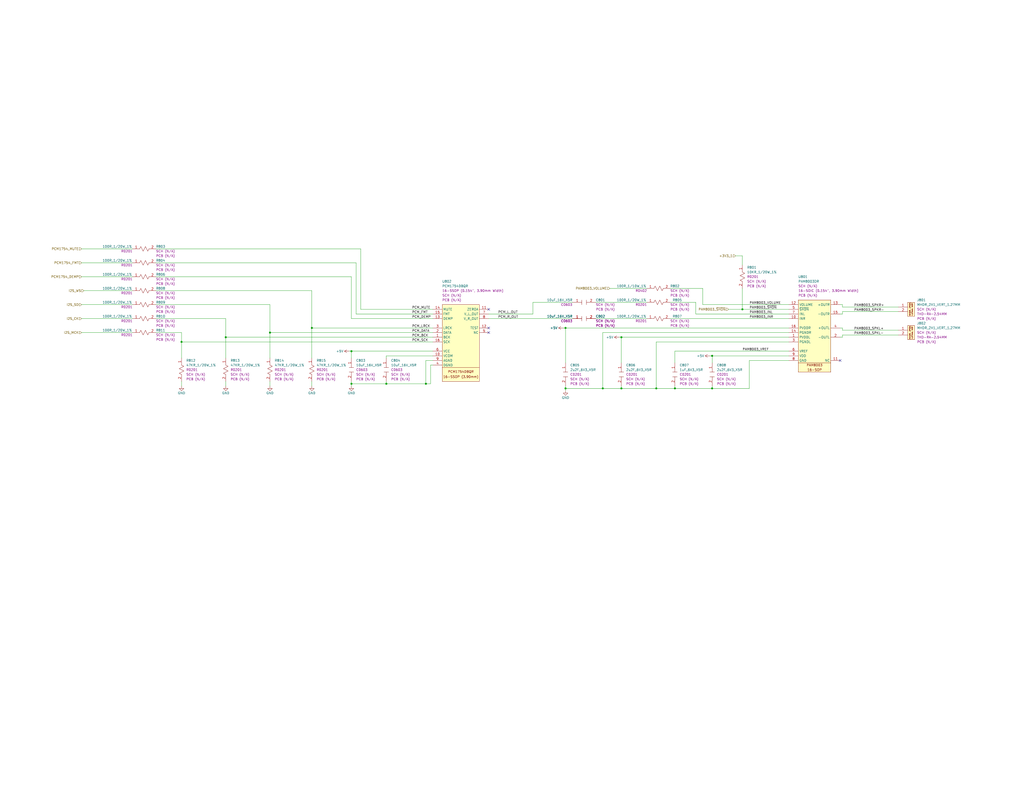
<source format=kicad_sch>
(kicad_sch (version 20230121) (generator eeschema)
  (paper "C")
  (title_block (title "Blender") (date "2023/09/18") (rev "v1.0") (company "Mend0z0") (comment 1 "v1.0") (comment 2 "RELEASED") (comment 3 "Siavash Taher Parvar") (comment 4 "_BOM_Blender_v1.0.html") (comment 5 "_HW_Blender.kicad_pcb") (comment 6 "_GBR_Blender_v1.0") (comment 7 "_ASM_Blender_v1.0") (comment 8 "N/A") (comment 9 "Initial version"))
  (lib_symbols
    (symbol "_SCHLIB_Blender:CAP_10uF_16V_X5R_C0603"
      (property "Reference" "C" (at 2.54 3.81 0))
      (property "Value" "10uF_16V_X5R" (at 2.54 6.35 0))
      (property "Package" "C0603" (at 2.54 34.29 0))
      (property "SCH CHECK" "SCH (N/A)" (at 2.54 31.75 0))
      (property "PCB CHECk" "PCB (N/A)" (at 2.54 29.21 0))
      (symbol "CAP_10uF_16V_X5R_C0603_0_0"
        (polyline (pts (xy 5.08 1.27) (xy 5.08 -1.27)))
        (polyline (pts (xy 7.62 1.27) (xy 7.62 -1.27)))
      )
      (symbol "CAP_10uF_16V_X5R_C0603_1_1"
        (pin passive line (at 0 0 0) (length 5.08) (name "") (number "1"))
        (pin passive line (at 12.7 0 180) (length 5.08) (name "") (number "2"))
      )
    )
    (symbol "_SCHLIB_Blender:CAP_1uF_6V3_X5R_C0201"
      (property "Reference" "C" (at 2.54 3.81 0))
      (property "Value" "1uF_6V3_X5R" (at 2.54 6.35 0))
      (property "Package" "C0201" (at 2.54 34.29 0))
      (property "SCH CHECK" "SCH (N/A)" (at 2.54 31.75 0))
      (property "PCB CHECk" "PCB (N/A)" (at 2.54 29.21 0))
      (symbol "CAP_1uF_6V3_X5R_C0201_0_0"
        (polyline (pts (xy 5.08 1.27) (xy 5.08 -1.27)))
        (polyline (pts (xy 7.62 1.27) (xy 7.62 -1.27)))
      )
      (symbol "CAP_1uF_6V3_X5R_C0201_1_1"
        (pin passive line (at 0 0 0) (length 5.08) (name "") (number "1"))
        (pin passive line (at 12.7 0 180) (length 5.08) (name "") (number "2"))
      )
    )
    (symbol "_SCHLIB_Blender:CAP_2u2F_6V3_X5R_C0201"
      (property "Reference" "C" (at 2.54 3.81 0))
      (property "Value" "2u2F_6V3_X5R" (at 2.54 6.35 0))
      (property "Package" "C0201" (at 2.54 34.29 0))
      (property "SCH CHECK" "SCH (N/A)" (at 2.54 31.75 0))
      (property "PCB CHECk" "PCB (N/A)" (at 2.54 29.21 0))
      (symbol "CAP_2u2F_6V3_X5R_C0201_0_0"
        (polyline (pts (xy 5.08 1.27) (xy 5.08 -1.27)))
        (polyline (pts (xy 7.62 1.27) (xy 7.62 -1.27)))
      )
      (symbol "CAP_2u2F_6V3_X5R_C0201_1_1"
        (pin passive line (at 0 0 0) (length 5.08) (name "") (number "1"))
        (pin passive line (at 12.7 0 180) (length 5.08) (name "") (number "2"))
      )
    )
    (symbol "_SCHLIB_Blender:CONN_HEADER_2POS_1ROW_MALE_VERT_1.27MM"
      (property "Reference" "J" (at 2.54 2.54 0))
      (property "Value" "MHDR_2X1_VERT_1.27MM" (at 2.54 5.08 0))
      (property "Package" "THD-RA-2.54MM" (at 2.54 33.02 0))
      (property "SCH CHECK" "SCH (N/A)" (at 2.54 30.48 0))
      (property "PCB CHECk" "PCB (N/A)" (at 2.54 27.94 0))
      (symbol "CONN_HEADER_2POS_1ROW_MALE_VERT_1.27MM_0_0"
        (text "1.27mm, VERT" (at 2.54 -3.81 900) (effects (font (size 0.635 0.635))))
        (text "MHDR, 2POS" (at 1.27 -3.81 900) (effects (font (size 0.762 0.762))))
      )
      (symbol "CONN_HEADER_2POS_1ROW_MALE_VERT_1.27MM_0_1"
        (rectangle (start 0 0) (end 3.81 -7.62) (fill (type background)))
      )
      (symbol "CONN_HEADER_2POS_1ROW_MALE_VERT_1.27MM_1_1"
        (pin passive line (at -5.08 -2.54 0) (length 5.08) (name "") (number "1"))
        (pin passive line (at -5.08 -5.08 0) (length 5.08) (name "") (number "2"))
      )
    )
    (symbol "_SCHLIB_Blender:IC_AMP_PAM8003DR_STEREO_CLASS D_16-SOIC (0.154{dblquote}, 3.90mm Width)"
      (property "Reference" "U" (at 2.54 2.54 0))
      (property "Value" "PAM8003DR" (at 2.54 5.08 0))
      (property "Package" "16-SOIC (0.154\", 3.90mm Width)" (at 2.54 33.02 0))
      (property "SCH CHECK" "SCH (N/A)" (at 2.54 30.48 0))
      (property "PCB CHECK" "PCB (N/A)" (at 2.54 27.94 0))
      (symbol "IC_AMP_PAM8003DR_STEREO_CLASS D_16-SOIC (0.154{dblquote}, 3.90mm Width)_0_0"
        (polyline (pts (xy 0 -34.29) (xy 17.78 -34.29)))
        (rectangle (start 0 0) (end 17.78 -39.37) (fill (type background)))
        (text "16-SOP" (at 8.89 -38.1 0) (effects (font (size 1.27 1.27))))
        (text "PAM8003" (at 8.89 -35.56 0) (effects (font (size 1.27 1.27))))
      )
      (symbol "IC_AMP_PAM8003DR_STEREO_CLASS D_16-SOIC (0.154{dblquote}, 3.90mm Width)_1_1"
        (pin passive line (at -5.08 -20.32 0) (length 5.08) (name "PVDDL") (number "1"))
        (pin passive line (at -5.08 -10.16 0) (length 5.08) (name "INR") (number "10"))
        (pin passive line (at 22.86 -33.02 180) (length 5.08) (name "NC") (number "11"))
        (pin passive line (at -5.08 -2.54 0) (length 5.08) (name "VOLUME") (number "12"))
        (pin passive line (at 22.86 -2.54 180) (length 5.08) (name "+OUTR") (number "13"))
        (pin passive line (at -5.08 -17.78 0) (length 5.08) (name "PGNDR") (number "14"))
        (pin passive line (at 22.86 -7.62 180) (length 5.08) (name "-OUTR") (number "15"))
        (pin passive line (at -5.08 -15.24 0) (length 5.08) (name "PVDDR") (number "16"))
        (pin passive line (at 22.86 -20.32 180) (length 5.08) (name "-OUTL") (number "2"))
        (pin passive line (at -5.08 -22.86 0) (length 5.08) (name "PGNDL") (number "3"))
        (pin passive line (at 22.86 -15.24 180) (length 5.08) (name "+OUTL") (number "4"))
        (pin passive line (at -5.08 -5.08 0) (length 5.08) (name "~{SHDN}") (number "5"))
        (pin passive line (at -5.08 -27.94 0) (length 5.08) (name "VREF") (number "6"))
        (pin passive line (at -5.08 -7.62 0) (length 5.08) (name "INL") (number "7"))
        (pin passive line (at -5.08 -33.02 0) (length 5.08) (name "GND") (number "8"))
        (pin passive line (at -5.08 -30.48 0) (length 5.08) (name "VDD") (number "9"))
      )
    )
    (symbol "_SCHLIB_Blender:IC_DAC_PCM1754DBQR_24b_I2S_16SSOP"
      (property "Reference" "U" (at 3.81 3.81 0))
      (property "Value" "PCM1754DBQR" (at 3.81 6.35 0))
      (property "Package" "16-SSOP (0.154\", 3.90mm Width)" (at 3.81 34.29 0))
      (property "SCH CHECK" "SCH (N/A)" (at 3.81 31.75 0))
      (property "PCB CHECk" "PCB (N/A)" (at 3.81 29.21 0))
      (symbol "IC_DAC_PCM1754DBQR_24b_I2S_16SSOP_0_0"
        (text "	\nPCM1754DBQR" (at 10.16 -35.56 0) (effects (font (size 1.27 1.27))))
        (text "16-SSOP (3.90mm)" (at 10.16 -39.37 0) (effects (font (size 1.27 1.27))))
      )
      (symbol "IC_DAC_PCM1754DBQR_24b_I2S_16SSOP_0_1"
        (polyline (pts (xy 0 -34.29) (xy 20.32 -34.29)))
        (rectangle (start 0 0) (end 20.32 -41.91) (fill (type background)))
      )
      (symbol "IC_DAC_PCM1754DBQR_24b_I2S_16SSOP_1_1"
        (pin passive line (at -5.08 -17.78 0) (length 5.08) (name "BCK") (number "1"))
        (pin passive line (at -5.08 -27.94 0) (length 5.08) (name "VCOM") (number "10"))
        (pin passive line (at 25.4 -2.54 180) (length 5.08) (name "ZEROA") (number "11"))
        (pin passive line (at 25.4 -12.7 180) (length 5.08) (name "TEST") (number "12"))
        (pin passive line (at -5.08 -7.62 0) (length 5.08) (name "DEMP") (number "13"))
        (pin passive line (at -5.08 -2.54 0) (length 5.08) (name "MUTE") (number "14"))
        (pin passive line (at -5.08 -5.08 0) (length 5.08) (name "FMT") (number "15"))
        (pin passive line (at -5.08 -20.32 0) (length 5.08) (name "SCK") (number "16"))
        (pin passive line (at -5.08 -15.24 0) (length 5.08) (name "DATA") (number "2"))
        (pin passive line (at -5.08 -12.7 0) (length 5.08) (name "LRCK") (number "3"))
        (pin passive line (at -5.08 -33.02 0) (length 5.08) (name "DGND") (number "4"))
        (pin passive line (at 25.4 -15.24 180) (length 5.08) (name "NC") (number "5"))
        (pin passive line (at -5.08 -25.4 0) (length 5.08) (name "VCC") (number "6"))
        (pin passive line (at 25.4 -5.08 180) (length 5.08) (name "V_L_OUT") (number "7"))
        (pin passive line (at 25.4 -7.62 180) (length 5.08) (name "V_R_OUT") (number "8"))
        (pin passive line (at -5.08 -30.48 0) (length 5.08) (name "AGND") (number "9"))
      )
    )
    (symbol "_SCHLIB_Blender:RES_100R_1/10W_1%_R0402"
      (property "Reference" "R" (at 2.54 3.81 0))
      (property "Value" "100R_1/10W_1%" (at 2.54 6.35 0))
      (property "Package" "R0402" (at 2.54 34.29 0))
      (property "SCH CHECK" "SCH (N/A)" (at 2.54 31.75 0))
      (property "PCB CHECk" "PCB (N/A)" (at 2.54 29.21 0))
      (symbol "RES_100R_1/10W_1%_R0402_0_0"
        (polyline (pts (xy 3.81 0) (xy 4.445 1.27) (xy 5.715 -1.27) (xy 6.985 1.27) (xy 8.255 -1.27) (xy 8.89 0)))
      )
      (symbol "RES_100R_1/10W_1%_R0402_1_1"
        (pin passive line (at 0 0 0) (length 3.81) (name "") (number "1"))
        (pin passive line (at 12.7 0 180) (length 3.81) (name "") (number "2"))
      )
    )
    (symbol "_SCHLIB_Blender:RES_100R_1/20W_1%_R0201"
      (property "Reference" "R" (at 2.54 3.81 0))
      (property "Value" "100R_1/20W_1%" (at 2.54 6.35 0))
      (property "Package" "R0201" (at 2.54 34.29 0))
      (property "SCH CHECK" "SCH (N/A)" (at 2.54 31.75 0))
      (property "PCB CHECk" "PCB (N/A)" (at 2.54 29.21 0))
      (symbol "RES_100R_1/20W_1%_R0201_0_0"
        (polyline (pts (xy 3.81 0) (xy 4.445 1.27) (xy 5.715 -1.27) (xy 6.985 1.27) (xy 8.255 -1.27) (xy 8.89 0)))
      )
      (symbol "RES_100R_1/20W_1%_R0201_1_1"
        (pin passive line (at 0 0 0) (length 3.81) (name "") (number "1"))
        (pin passive line (at 12.7 0 180) (length 3.81) (name "") (number "2"))
      )
    )
    (symbol "_SCHLIB_Blender:RES_10KR_1/20W_1%_R0201"
      (property "Reference" "R" (at 2.54 5.08 0))
      (property "Value" "10KR_1/20W_1%" (at 2.54 7.62 0))
      (property "Package" "R0201" (at 2.54 35.56 0))
      (property "SCH CHECK" "SCH (N/A)" (at 2.54 33.02 0))
      (property "PCB CHECk" "PCB (N/A)" (at 2.54 30.48 0))
      (symbol "RES_10KR_1/20W_1%_R0201_0_0"
        (polyline (pts (xy 3.81 0) (xy 4.445 1.27) (xy 5.715 -1.27) (xy 6.985 1.27) (xy 8.255 -1.27) (xy 8.89 0)))
      )
      (symbol "RES_10KR_1/20W_1%_R0201_1_1"
        (pin passive line (at 0 0 0) (length 3.81) (name "") (number "1"))
        (pin passive line (at 12.7 0 180) (length 3.81) (name "") (number "2"))
      )
    )
    (symbol "_SCHLIB_Blender:RES_47KR_1/20W_1%_R0201"
      (property "Reference" "R" (at 2.54 3.81 0))
      (property "Value" "47KR_1/20W_1%" (at 2.54 6.35 0))
      (property "Package" "R0201" (at 2.54 34.29 0))
      (property "SCH CHECK" "SCH (N/A)" (at 2.54 31.75 0))
      (property "PCB CHECk" "PCB (N/A)" (at 2.54 29.21 0))
      (symbol "RES_47KR_1/20W_1%_R0201_0_0"
        (polyline (pts (xy 3.81 0) (xy 4.445 1.27) (xy 5.715 -1.27) (xy 6.985 1.27) (xy 8.255 -1.27) (xy 8.89 0)))
      )
      (symbol "RES_47KR_1/20W_1%_R0201_1_1"
        (pin passive line (at 0 0 0) (length 3.81) (name "") (number "1"))
        (pin passive line (at 12.7 0 180) (length 3.81) (name "") (number "2"))
      )
    )
    (symbol "power:+5V" (power) (pin_names (offset 0))
      (property "Value" "+5V" (at 0 3.556 0))
      (symbol "+5V_0_1"
        (polyline (pts (xy -0.762 1.27) (xy 0 2.54)))
        (polyline (pts (xy 0 0) (xy 0 2.54)))
        (polyline (pts (xy 0 2.54) (xy 0.762 1.27)))
      )
      (symbol "+5V_1_1"
        (pin power_in line (at 0 0 90) (length 0) hide (name "+5V") (number "1"))
      )
    )
    (symbol "power:GND" (power) (pin_names (offset 0))
      (property "Value" "GND" (at 0 -3.81 0))
      (symbol "GND_0_1"
        (polyline (pts (xy 0 0) (xy 0 -1.27) (xy 1.27 -1.27) (xy 0 -2.54) (xy -1.27 -1.27) (xy 0 -1.27)))
      )
      (symbol "GND_1_1"
        (pin power_in line (at 0 0 270) (length 0) hide (name "GND") (number "1"))
      )
    )
  )
  (junction (at 339.09 212.09))
  (junction (at 368.3 212.09))
  (junction (at 388.62 212.09))
  (junction (at 358.14 212.09))
  (junction (at 308.61 179.07))
  (junction (at 405.13 168.91))
  (junction (at 388.62 194.31))
  (junction (at 99.06 186.69))
  (junction (at 147.32 181.61))
  (junction (at 191.77 191.77))
  (junction (at 170.18 179.07))
  (junction (at 210.82 209.55))
  (junction (at 339.09 184.15))
  (junction (at 191.77 209.55))
  (junction (at 328.93 212.09))
  (junction (at 232.41 209.55))
  (junction (at 123.19 184.15))
  (junction (at 308.61 212.09))
  (no_connect (at 458.47 196.85))
  (no_connect (at 266.7 181.61))
  (no_connect (at 266.7 168.91))
  (no_connect (at 266.7 179.07))
  (wire (pts (xy 459.74 180.34) (xy 459.74 179.07)))
  (wire (pts (xy 307.34 179.07) (xy 308.61 179.07)))
  (wire (pts (xy 339.09 212.09) (xy 358.14 212.09)))
  (wire (pts (xy 379.73 171.45) (xy 430.53 171.45)))
  (wire (pts (xy 328.93 181.61) (xy 328.93 212.09)))
  (wire (pts (xy 388.62 212.09) (xy 368.3 212.09)))
  (wire (pts (xy 397.51 168.91) (xy 405.13 168.91)))
  (wire (pts (xy 308.61 179.07) (xy 308.61 198.12)))
  (wire (pts (xy 368.3 210.82) (xy 368.3 212.09)))
  (wire (pts (xy 290.83 165.1) (xy 312.42 165.1)))
  (wire (pts (xy 147.32 181.61) (xy 147.32 195.58)))
  (wire (pts (xy 430.53 181.61) (xy 328.93 181.61)))
  (wire (pts (xy 123.19 210.82) (xy 123.19 208.28)))
  (wire (pts (xy 191.77 191.77) (xy 191.77 195.58)))
  (wire (pts (xy 147.32 166.37) (xy 147.32 181.61)))
  (wire (pts (xy 44.45 143.51) (xy 72.39 143.51)))
  (wire (pts (xy 459.74 170.18) (xy 459.74 171.45)))
  (wire (pts (xy 401.32 139.7) (xy 405.13 139.7)))
  (wire (pts (xy 236.22 199.39) (xy 234.95 199.39)))
  (wire (pts (xy 85.09 151.13) (xy 191.77 151.13)))
  (wire (pts (xy 383.54 157.48) (xy 383.54 166.37)))
  (wire (pts (xy 458.47 166.37) (xy 459.74 166.37)))
  (wire (pts (xy 45.72 158.75) (xy 72.39 158.75)))
  (wire (pts (xy 170.18 158.75) (xy 170.18 179.07)))
  (wire (pts (xy 210.82 209.55) (xy 210.82 208.28)))
  (wire (pts (xy 44.45 166.37) (xy 72.39 166.37)))
  (wire (pts (xy 210.82 209.55) (xy 232.41 209.55)))
  (wire (pts (xy 308.61 210.82) (xy 308.61 212.09)))
  (wire (pts (xy 99.06 186.69) (xy 236.22 186.69)))
  (wire (pts (xy 459.74 184.15) (xy 458.47 184.15)))
  (wire (pts (xy 368.3 212.09) (xy 358.14 212.09)))
  (wire (pts (xy 405.13 168.91) (xy 430.53 168.91)))
  (wire (pts (xy 191.77 208.28) (xy 191.77 209.55)))
  (wire (pts (xy 408.94 196.85) (xy 408.94 212.09)))
  (wire (pts (xy 191.77 191.77) (xy 236.22 191.77)))
  (wire (pts (xy 210.82 194.31) (xy 236.22 194.31)))
  (wire (pts (xy 383.54 166.37) (xy 430.53 166.37)))
  (wire (pts (xy 232.41 196.85) (xy 232.41 209.55)))
  (wire (pts (xy 147.32 181.61) (xy 236.22 181.61)))
  (wire (pts (xy 458.47 171.45) (xy 459.74 171.45)))
  (wire (pts (xy 459.74 180.34) (xy 490.22 180.34)))
  (wire (pts (xy 379.73 165.1) (xy 365.76 165.1)))
  (wire (pts (xy 170.18 179.07) (xy 170.18 195.58)))
  (wire (pts (xy 430.53 194.31) (xy 388.62 194.31)))
  (wire (pts (xy 191.77 209.55) (xy 191.77 210.82)))
  (wire (pts (xy 308.61 212.09) (xy 308.61 213.36)))
  (wire (pts (xy 234.95 209.55) (xy 232.41 209.55)))
  (wire (pts (xy 405.13 157.48) (xy 405.13 168.91)))
  (wire (pts (xy 85.09 181.61) (xy 99.06 181.61)))
  (wire (pts (xy 332.74 157.48) (xy 353.06 157.48)))
  (wire (pts (xy 210.82 209.55) (xy 191.77 209.55)))
  (wire (pts (xy 368.3 191.77) (xy 430.53 191.77)))
  (wire (pts (xy 368.3 191.77) (xy 368.3 198.12)))
  (wire (pts (xy 234.95 199.39) (xy 234.95 209.55)))
  (wire (pts (xy 325.12 173.99) (xy 353.06 173.99)))
  (wire (pts (xy 358.14 186.69) (xy 358.14 212.09)))
  (wire (pts (xy 196.85 168.91) (xy 236.22 168.91)))
  (wire (pts (xy 430.53 196.85) (xy 408.94 196.85)))
  (wire (pts (xy 85.09 143.51) (xy 194.31 143.51)))
  (wire (pts (xy 430.53 179.07) (xy 308.61 179.07)))
  (wire (pts (xy 194.31 171.45) (xy 236.22 171.45)))
  (wire (pts (xy 44.45 151.13) (xy 72.39 151.13)))
  (wire (pts (xy 266.7 171.45) (xy 290.83 171.45)))
  (wire (pts (xy 388.62 194.31) (xy 388.62 198.12)))
  (wire (pts (xy 325.12 165.1) (xy 353.06 165.1)))
  (wire (pts (xy 99.06 210.82) (xy 99.06 208.28)))
  (wire (pts (xy 388.62 210.82) (xy 388.62 212.09)))
  (wire (pts (xy 44.45 173.99) (xy 72.39 173.99)))
  (wire (pts (xy 337.82 184.15) (xy 339.09 184.15)))
  (wire (pts (xy 459.74 182.88) (xy 490.22 182.88)))
  (wire (pts (xy 308.61 212.09) (xy 328.93 212.09)))
  (wire (pts (xy 459.74 170.18) (xy 490.22 170.18)))
  (wire (pts (xy 365.76 157.48) (xy 383.54 157.48)))
  (wire (pts (xy 99.06 181.61) (xy 99.06 186.69)))
  (wire (pts (xy 85.09 173.99) (xy 123.19 173.99)))
  (wire (pts (xy 405.13 139.7) (xy 405.13 144.78)))
  (wire (pts (xy 99.06 186.69) (xy 99.06 195.58)))
  (wire (pts (xy 365.76 173.99) (xy 430.53 173.99)))
  (wire (pts (xy 196.85 135.89) (xy 196.85 168.91)))
  (wire (pts (xy 459.74 179.07) (xy 458.47 179.07)))
  (wire (pts (xy 328.93 212.09) (xy 339.09 212.09)))
  (wire (pts (xy 290.83 165.1) (xy 290.83 171.45)))
  (wire (pts (xy 85.09 135.89) (xy 196.85 135.89)))
  (wire (pts (xy 194.31 143.51) (xy 194.31 171.45)))
  (wire (pts (xy 358.14 186.69) (xy 430.53 186.69)))
  (wire (pts (xy 379.73 165.1) (xy 379.73 171.45)))
  (wire (pts (xy 339.09 210.82) (xy 339.09 212.09)))
  (wire (pts (xy 123.19 184.15) (xy 236.22 184.15)))
  (wire (pts (xy 266.7 173.99) (xy 312.42 173.99)))
  (wire (pts (xy 459.74 167.64) (xy 490.22 167.64)))
  (wire (pts (xy 85.09 158.75) (xy 170.18 158.75)))
  (wire (pts (xy 191.77 173.99) (xy 236.22 173.99)))
  (wire (pts (xy 430.53 184.15) (xy 339.09 184.15)))
  (wire (pts (xy 190.5 191.77) (xy 191.77 191.77)))
  (wire (pts (xy 44.45 181.61) (xy 72.39 181.61)))
  (wire (pts (xy 408.94 212.09) (xy 388.62 212.09)))
  (wire (pts (xy 170.18 208.28) (xy 170.18 210.82)))
  (wire (pts (xy 191.77 151.13) (xy 191.77 173.99)))
  (wire (pts (xy 459.74 182.88) (xy 459.74 184.15)))
  (wire (pts (xy 123.19 184.15) (xy 123.19 195.58)))
  (wire (pts (xy 147.32 210.82) (xy 147.32 208.28)))
  (wire (pts (xy 210.82 194.31) (xy 210.82 195.58)))
  (wire (pts (xy 123.19 173.99) (xy 123.19 184.15)))
  (wire (pts (xy 387.35 194.31) (xy 388.62 194.31)))
  (wire (pts (xy 170.18 179.07) (xy 236.22 179.07)))
  (wire (pts (xy 236.22 196.85) (xy 232.41 196.85)))
  (wire (pts (xy 44.45 135.89) (xy 72.39 135.89)))
  (wire (pts (xy 85.09 166.37) (xy 147.32 166.37)))
  (wire (pts (xy 459.74 166.37) (xy 459.74 167.64)))
  (wire (pts (xy 339.09 184.15) (xy 339.09 198.12)))
  (label "PCM_MUTE" (at 224.79 168.91 0))
  (label "PAM8003_VOLUME" (at 408.94 166.37 0))
  (label "PAM8003_SPKR+" (at 466.09 167.64 0))
  (label "PCM_LRCK" (at 224.79 179.07 0))
  (label "PAM8003_~{SHDN}" (at 408.94 168.91 0))
  (label "PAM8003_VREF" (at 405.13 191.77 0))
  (label "PCM_FMT" (at 224.79 171.45 0))
  (label "PAM8003_SPKL-" (at 466.09 182.88 0))
  (label "PAM8003_INL" (at 408.94 171.45 0))
  (label "PCM_DATA" (at 224.79 181.61 0))
  (label "PAM8003_SPKL+" (at 466.09 180.34 0))
  (label "PCM_R_OUT" (at 271.78 173.99 0))
  (label "PAM8003_INR" (at 408.94 173.99 0))
  (label "PCM_SCK" (at 224.79 186.69 0))
  (label "PCM_DEMP" (at 224.79 173.99 0))
  (label "PAM8003_SPKR-" (at 466.09 170.18 0))
  (label "PCM_L_OUT" (at 271.78 171.45 0))
  (label "PCM_BCK" (at 224.79 184.15 0))
  (hierarchical_label "PAM8003_~{SHDN}" (shape input) (at 397.51 168.91 180))
  (hierarchical_label "I2S_CK" (shape input) (at 44.45 173.99 180))
  (hierarchical_label "PAM8003_VOLUME" (shape input) (at 332.74 157.48 180))
  (hierarchical_label "+3V3_1" (shape input) (at 401.32 139.7 180))
  (hierarchical_label "I2S_WS" (shape input) (at 45.72 158.75 180))
  (hierarchical_label "I2S_SD" (shape input) (at 44.45 166.37 180))
  (hierarchical_label "PCM1754_DEMP" (shape input) (at 44.45 151.13 180))
  (hierarchical_label "I2S_MCK" (shape input) (at 44.45 181.61 180))
  (hierarchical_label "PCM1754_MUTE" (shape input) (at 44.45 135.89 180))
  (hierarchical_label "PCM1754_FMT" (shape input) (at 44.45 143.51 180))
  (symbol (lib_id "_SCHLIB_Blender:RES_100R_1/20W_1%_R0201") (at 72.39 181.61 0) (unit 1)
    (property "Reference" "R811" (at 87.63 180.34 0))
    (property "Value" "100R_1/20W_1%" (at 55.88 180.34 0) (effects (justify left)))
    (property "Footprint" "Resistor_SMD:R_0201_0603Metric" (effects hide))
    (property "Datasheet" "https://www.seielect.com/Catalog/SEI-RMCF_RMCP.pdf" (effects hide))
    (property "Description" "100 Ohms ±1% 0.05W, 1/20W Chip Resistor 0201 (0603 Metric) Thick Film" (effects hide))
    (property "Link" "https://www.digikey.ca/en/products/detail/stackpole-electronics-inc/RMCF0201FT100R/1714988" (effects hide))
    (property "SCH CHECK" "SCH (N/A)" (at 85.09 182.88 0) (effects (justify left)))
    (property "Package" "R0201" (at 66.04 182.88 0) (effects (justify left)))
    (property "Part Number (Manufacturer)" "RMCF0201FT100R" (effects hide))
    (property "Manufacturer" "Stackpole Electronics Inc" (effects hide))
    (property "Part Number (Vendor)" "RMCF0201FT100RTR-ND" (effects hide))
    (property "Vendor" "Digikey" (effects hide))
    (property "PCB CHECk" "PCB (N/A)" (at 85.09 185.42 0) (effects (justify left)))
  )
  (symbol (lib_id "_SCHLIB_Blender:RES_100R_1/20W_1%_R0201") (at 353.06 165.1 0) (unit 1)
    (property "Reference" "R805" (at 369.57 163.83 0))
    (property "Value" "100R_1/20W_1%" (at 336.55 163.83 0) (effects (justify left)))
    (property "Footprint" "Resistor_SMD:R_0201_0603Metric" (effects hide))
    (property "Datasheet" "https://www.seielect.com/Catalog/SEI-RMCF_RMCP.pdf" (effects hide))
    (property "Description" "100 Ohms ±1% 0.05W, 1/20W Chip Resistor 0201 (0603 Metric) Thick Film" (effects hide))
    (property "Link" "https://www.digikey.ca/en/products/detail/stackpole-electronics-inc/RMCF0201FT100R/1714988" (effects hide))
    (property "SCH CHECK" "SCH (N/A)" (at 365.76 166.37 0) (effects (justify left)))
    (property "Package" "R0201" (at 346.71 166.37 0) (effects (justify left)))
    (property "Part Number (Manufacturer)" "RMCF0201FT100R" (effects hide))
    (property "Manufacturer" "Stackpole Electronics Inc" (effects hide))
    (property "Part Number (Vendor)" "RMCF0201FT100RTR-ND" (effects hide))
    (property "Vendor" "Digikey" (effects hide))
    (property "PCB CHECk" "PCB (N/A)" (at 365.76 168.91 0) (effects (justify left)))
  )
  (symbol (lib_id "power:GND") (at 308.61 213.36 0) (unit 1)
    (property "Reference" "#PWR0810" (effects hide))
    (property "Value" "GND" (at 308.61 217.17 0))
  )
  (symbol (lib_id "_SCHLIB_Blender:CONN_HEADER_2POS_1ROW_MALE_VERT_1.27MM") (at 495.3 165.1 0) (unit 1)
    (property "Reference" "J801" (at 500.38 163.83 0) (effects (justify left)))
    (property "Value" "MHDR_2X1_VERT_1.27MM" (at 500.38 166.37 0) (effects (justify left)))
    (property "Footprint" "Connector_PinHeader_1.27mm:PinHeader_1x02_P1.27mm_Vertical" (effects hide))
    (property "Datasheet" "https://s3.amazonaws.com/catalogspreads-pdf/PAGE94-95%20.050%20MALE%20HDR%20ST%20RA%20SMT.pdf" (effects hide))
    (property "Description" "Connector Header Through Hole 2 position 0.050\" (1.27mm)" (effects hide))
    (property "Link" "https://www.digikey.ca/en/products/detail/sullins-connector-solutions/GRPB021VWVN-RC/1786438" (effects hide))
    (property "SCH CHECK" "SCH (N/A)" (at 500.38 168.91 0) (effects (justify left)))
    (property "Part Number (Manufacturer)" "GRPB021VWVN-RC" (effects hide))
    (property "Package" "THD-RA-2.54MM" (at 500.38 171.45 0) (effects (justify left)))
    (property "Manufacturer" "Sullins Connector Solutions" (effects hide))
    (property "Part Number (Vendor)" "S9014E-02-ND" (effects hide))
    (property "Vendor" "Digikey" (effects hide))
    (property "PCB CHECk" "PCB (N/A)" (at 500.38 173.99 0) (effects (justify left)))
  )
  (symbol (lib_id "_SCHLIB_Blender:CAP_2u2F_6V3_X5R_C0201") (at 339.09 198.12 270) (unit 1)
    (property "Reference" "C806" (at 341.63 199.39 90) (effects (justify left)))
    (property "Value" "2u2F_6V3_X5R" (at 341.63 201.93 90) (effects (justify left)))
    (property "Footprint" "Capacitor_SMD:C_0201_0603Metric" (effects hide))
    (property "Datasheet" "https://ele.kyocera.com/assets/products/capacitor/CM_Series_e.pdf" (effects hide))
    (property "Description" "2.2 µF ±20% 6.3V Ceramic Capacitor X5R 0201 (0603 Metric)" (effects hide))
    (property "Link" "https://www.digikey.ca/en/products/detail/kyocera-avx/CM03X5R225M06AH/10815044" (effects hide))
    (property "SCH CHECK" "SCH (N/A)" (at 341.63 207.01 90) (effects (justify left)))
    (property "Package" "C0201" (at 341.63 204.47 90) (effects (justify left)))
    (property "Part Number (Manufacturer)" "CM03X5R225M06AH" (effects hide))
    (property "Manufacturer" "KYOCERA AVX" (effects hide))
    (property "Part Number (Vendor)" "478-KGM03CR50J225MHTR-ND" (effects hide))
    (property "Vendor" "Digikey" (effects hide))
    (property "PCB CHECk" "PCB (N/A)" (at 341.63 209.55 90) (effects (justify left)))
  )
  (symbol (lib_id "_SCHLIB_Blender:RES_100R_1/20W_1%_R0201") (at 72.39 135.89 0) (unit 1)
    (property "Reference" "R803" (at 87.63 134.62 0))
    (property "Value" "100R_1/20W_1%" (at 55.88 134.62 0) (effects (justify left)))
    (property "Footprint" "Resistor_SMD:R_0201_0603Metric" (effects hide))
    (property "Datasheet" "https://www.seielect.com/Catalog/SEI-RMCF_RMCP.pdf" (effects hide))
    (property "Description" "100 Ohms ±1% 0.05W, 1/20W Chip Resistor 0201 (0603 Metric) Thick Film" (effects hide))
    (property "Link" "https://www.digikey.ca/en/products/detail/stackpole-electronics-inc/RMCF0201FT100R/1714988" (effects hide))
    (property "SCH CHECK" "SCH (N/A)" (at 85.09 137.16 0) (effects (justify left)))
    (property "Package" "R0201" (at 66.04 137.16 0) (effects (justify left)))
    (property "Part Number (Manufacturer)" "RMCF0201FT100R" (effects hide))
    (property "Manufacturer" "Stackpole Electronics Inc" (effects hide))
    (property "Part Number (Vendor)" "RMCF0201FT100RTR-ND" (effects hide))
    (property "Vendor" "Digikey" (effects hide))
    (property "PCB CHECk" "PCB (N/A)" (at 85.09 139.7 0) (effects (justify left)))
  )
  (symbol (lib_id "_SCHLIB_Blender:CAP_10uF_16V_X5R_C0603") (at 210.82 195.58 270) (unit 1)
    (property "Reference" "C804" (at 213.36 196.85 90) (effects (justify left)))
    (property "Value" "10uF_16V_X5R" (at 213.36 199.39 90) (effects (justify left)))
    (property "Footprint" "Capacitor_SMD:C_0603_1608Metric" (effects hide))
    (property "Datasheet" "https://search.murata.co.jp/Ceramy/image/img/A01X/G101/ENG/GRT188R61C106KE13-01.pdf" (effects hide))
    (property "Description" "10 µF ±10% 16V Ceramic Capacitor X5R 0603 (1608 Metric)" (effects hide))
    (property "Link" "https://www.digikey.ca/en/products/detail/murata-electronics/GRT188R61C106KE13J/13904802" (effects hide))
    (property "SCH CHECK" "SCH (N/A)" (at 213.36 204.47 90) (effects (justify left)))
    (property "Package" "C0603" (at 213.36 201.93 90) (effects (justify left)))
    (property "Part Number (Manufacturer)" "GRT188R61C106KE13J" (effects hide))
    (property "Manufacturer" "Murata Electronics" (effects hide))
    (property "Part Number (Vendor)" "490-GRT188R61C106KE13JTR-ND" (effects hide))
    (property "Vendor" "Digikey" (effects hide))
    (property "PCB CHECk" "PCB (N/A)" (at 213.36 207.01 90) (effects (justify left)))
  )
  (symbol (lib_id "power:+5V") (at 337.82 184.15 90) (unit 1)
    (property "Reference" "#PWR0802" (effects hide))
    (property "Value" "+5V" (at 332.74 184.15 90))
  )
  (symbol (lib_id "_SCHLIB_Blender:RES_100R_1/20W_1%_R0201") (at 72.39 166.37 0) (unit 1)
    (property "Reference" "R809" (at 87.63 165.1 0))
    (property "Value" "100R_1/20W_1%" (at 55.88 165.1 0) (effects (justify left)))
    (property "Footprint" "Resistor_SMD:R_0201_0603Metric" (effects hide))
    (property "Datasheet" "https://www.seielect.com/Catalog/SEI-RMCF_RMCP.pdf" (effects hide))
    (property "Description" "100 Ohms ±1% 0.05W, 1/20W Chip Resistor 0201 (0603 Metric) Thick Film" (effects hide))
    (property "Link" "https://www.digikey.ca/en/products/detail/stackpole-electronics-inc/RMCF0201FT100R/1714988" (effects hide))
    (property "SCH CHECK" "SCH (N/A)" (at 85.09 167.64 0) (effects (justify left)))
    (property "Package" "R0201" (at 66.04 167.64 0) (effects (justify left)))
    (property "Part Number (Manufacturer)" "RMCF0201FT100R" (effects hide))
    (property "Manufacturer" "Stackpole Electronics Inc" (effects hide))
    (property "Part Number (Vendor)" "RMCF0201FT100RTR-ND" (effects hide))
    (property "Vendor" "Digikey" (effects hide))
    (property "PCB CHECk" "PCB (N/A)" (at 85.09 170.18 0) (effects (justify left)))
  )
  (symbol (lib_id "_SCHLIB_Blender:RES_100R_1/20W_1%_R0201") (at 72.39 151.13 0) (unit 1)
    (property "Reference" "R806" (at 87.63 149.86 0))
    (property "Value" "100R_1/20W_1%" (at 55.88 149.86 0) (effects (justify left)))
    (property "Footprint" "Resistor_SMD:R_0201_0603Metric" (effects hide))
    (property "Datasheet" "https://www.seielect.com/Catalog/SEI-RMCF_RMCP.pdf" (effects hide))
    (property "Description" "100 Ohms ±1% 0.05W, 1/20W Chip Resistor 0201 (0603 Metric) Thick Film" (effects hide))
    (property "Link" "https://www.digikey.ca/en/products/detail/stackpole-electronics-inc/RMCF0201FT100R/1714988" (effects hide))
    (property "SCH CHECK" "SCH (N/A)" (at 85.09 152.4 0) (effects (justify left)))
    (property "Package" "R0201" (at 66.04 152.4 0) (effects (justify left)))
    (property "Part Number (Manufacturer)" "RMCF0201FT100R" (effects hide))
    (property "Manufacturer" "Stackpole Electronics Inc" (effects hide))
    (property "Part Number (Vendor)" "RMCF0201FT100RTR-ND" (effects hide))
    (property "Vendor" "Digikey" (effects hide))
    (property "PCB CHECk" "PCB (N/A)" (at 85.09 154.94 0) (effects (justify left)))
  )
  (symbol (lib_id "power:+5V") (at 190.5 191.77 90) (unit 1)
    (property "Reference" "#PWR0803" (effects hide))
    (property "Value" "+5V" (at 185.42 191.77 90))
  )
  (symbol (lib_id "power:+5V") (at 387.35 194.31 90) (unit 1)
    (property "Reference" "#PWR0804" (effects hide))
    (property "Value" "+5V" (at 382.27 194.31 90))
  )
  (symbol (lib_id "_SCHLIB_Blender:IC_DAC_PCM1754DBQR_24b_I2S_16SSOP") (at 241.3 166.37 0) (unit 1)
    (property "Reference" "U802" (at 243.84 153.67 0))
    (property "Value" "PCM1754DBQR" (at 241.3 156.21 0) (effects (justify left)))
    (property "Footprint" "_PCBLIB_Blender:DBQ16" (effects hide))
    (property "Datasheet" "https://www.ti.com/general/docs/suppproductinfo.tsp?distId=10&gotoUrl=https%3A%2F%2Fwww.ti.com%2Flit%2Fgpn%2Fpcm1753" (effects hide))
    (property "Description" "DAC, Audio 24 b 200k I²S 16-SSOP" (effects hide))
    (property "Link" "https://www.digikey.ca/en/products/detail/texas-instruments/PCM1754DBQR/1573276" (effects hide))
    (property "SCH CHECK" "SCH (N/A)" (at 241.3 161.29 0) (effects (justify left)))
    (property "Part Number (Manufacturer)" "PCM1754DBQR" (effects hide))
    (property "Package" "16-SSOP (0.154\", 3.90mm Width)" (at 241.3 158.75 0) (effects (justify left)))
    (property "Manufacturer" "Texas Instruments" (effects hide))
    (property "Part Number (Vendor)" "296-26302-2-ND" (effects hide))
    (property "Vendor" "Digikey" (effects hide))
    (property "PCB CHECk" "PCB (N/A)" (at 241.3 163.83 0) (effects (justify left)))
  )
  (symbol (lib_id "_SCHLIB_Blender:RES_47KR_1/20W_1%_R0201") (at 123.19 195.58 270) (unit 1)
    (property "Reference" "R813" (at 125.73 196.85 90) (effects (justify left)))
    (property "Value" "47KR_1/20W_1%" (at 125.73 199.39 90) (effects (justify left)))
    (property "Footprint" "Resistor_SMD:R_0201_0603Metric" (effects hide))
    (property "Datasheet" "https://www.yageo.com/upload/media/product/productsearch/datasheet/rchip/PYu-AC_51_RoHS_L_9.pdf" (effects hide))
    (property "Description" "47 kOhms ±1% 0.05W, 1/20W Chip Resistor 0201 (0603 Metric) Automotive AEC-Q200, Moisture Resistant Thick Film" (effects hide))
    (property "Link" "https://www.digikey.ca/en/products/detail/yageo/AC0201FR-0747KL/5894664" (effects hide))
    (property "SCH CHECK" "SCH (N/A)" (at 125.73 204.47 90) (effects (justify left)))
    (property "Package" "R0201" (at 125.73 201.93 90) (effects (justify left)))
    (property "Part Number (Manufacturer)" "AC0201FR-0747KL" (effects hide))
    (property "Manufacturer" "YAGEO" (effects hide))
    (property "Part Number (Vendor)" "YAG3425TR-ND" (effects hide))
    (property "Vendor" "Digikey" (effects hide))
    (property "PCB CHECk" "PCB (N/A)" (at 125.73 207.01 90) (effects (justify left)))
  )
  (symbol (lib_id "_SCHLIB_Blender:RES_10KR_1/20W_1%_R0201") (at 405.13 144.78 270) (unit 1)
    (property "Reference" "R801" (at 407.67 146.05 90) (effects (justify left)))
    (property "Value" "10KR_1/20W_1%" (at 407.67 148.59 90) (effects (justify left)))
    (property "Footprint" "Resistor_SMD:R_0201_0603Metric" (effects hide))
    (property "Datasheet" "https://www.seielect.com/Catalog/SEI-RMCF_RMCP.pdf" (effects hide))
    (property "Description" "10 kOhms ±1% 0.05W, 1/20W Chip Resistor 0201 (0603 Metric) Thick Film" (effects hide))
    (property "Link" "https://www.digikey.ca/en/products/detail/stackpole-electronics-inc/RMCF0201FT10K0/1714990" (effects hide))
    (property "SCH CHECK" "SCH (N/A)" (at 407.67 153.67 90) (effects (justify left)))
    (property "Package" "R0201" (at 407.67 151.13 90) (effects (justify left)))
    (property "Part Number (Manufacturer)" "RMCF0201FT10K0" (effects hide))
    (property "Manufacturer" "Stackpole Electronics Inc" (effects hide))
    (property "Part Number (Vendor)" "RMCF0201FT10K0TR-ND" (effects hide))
    (property "Vendor" "Digikey" (effects hide))
    (property "PCB CHECk" "PCB (N/A)" (at 407.67 156.21 90) (effects (justify left)))
  )
  (symbol (lib_id "power:GND") (at 123.19 210.82 0) (unit 1)
    (property "Reference" "#PWR0806" (effects hide))
    (property "Value" "GND" (at 123.19 214.63 0))
  )
  (symbol (lib_id "_SCHLIB_Blender:CAP_10uF_16V_X5R_C0603") (at 312.42 173.99 0) (unit 1)
    (property "Reference" "C802" (at 327.66 172.72 0))
    (property "Value" "10uF_16V_X5R" (at 298.45 172.72 0) (effects (justify left)))
    (property "Footprint" "Capacitor_SMD:C_0603_1608Metric" (effects hide))
    (property "Datasheet" "https://search.murata.co.jp/Ceramy/image/img/A01X/G101/ENG/GRT188R61C106KE13-01.pdf" (effects hide))
    (property "Description" "10 µF ±10% 16V Ceramic Capacitor X5R 0603 (1608 Metric)" (effects hide))
    (property "Link" "https://www.digikey.ca/en/products/detail/murata-electronics/GRT188R61C106KE13J/13904802" (effects hide))
    (property "SCH CHECK" "SCH (N/A)" (at 325.12 175.26 0) (effects (justify left)))
    (property "Package" "C0603" (at 306.07 175.26 0) (effects (justify left)))
    (property "Part Number (Manufacturer)" "GRT188R61C106KE13J" (effects hide))
    (property "Manufacturer" "Murata Electronics" (effects hide))
    (property "Part Number (Vendor)" "490-GRT188R61C106KE13JTR-ND" (effects hide))
    (property "Vendor" "Digikey" (effects hide))
    (property "PCB CHECk" "PCB (N/A)" (at 325.12 177.8 0) (effects (justify left)))
  )
  (symbol (lib_id "power:GND") (at 191.77 210.82 0) (unit 1)
    (property "Reference" "#PWR0809" (effects hide))
    (property "Value" "GND" (at 191.77 214.63 0))
  )
  (symbol (lib_id "power:GND") (at 170.18 210.82 0) (unit 1)
    (property "Reference" "#PWR0808" (effects hide))
    (property "Value" "GND" (at 170.18 214.63 0))
  )
  (symbol (lib_id "_SCHLIB_Blender:RES_47KR_1/20W_1%_R0201") (at 170.18 195.58 270) (unit 1)
    (property "Reference" "R815" (at 172.72 196.85 90) (effects (justify left)))
    (property "Value" "47KR_1/20W_1%" (at 172.72 199.39 90) (effects (justify left)))
    (property "Footprint" "Resistor_SMD:R_0201_0603Metric" (effects hide))
    (property "Datasheet" "https://www.yageo.com/upload/media/product/productsearch/datasheet/rchip/PYu-AC_51_RoHS_L_9.pdf" (effects hide))
    (property "Description" "47 kOhms ±1% 0.05W, 1/20W Chip Resistor 0201 (0603 Metric) Automotive AEC-Q200, Moisture Resistant Thick Film" (effects hide))
    (property "Link" "https://www.digikey.ca/en/products/detail/yageo/AC0201FR-0747KL/5894664" (effects hide))
    (property "SCH CHECK" "SCH (N/A)" (at 172.72 204.47 90) (effects (justify left)))
    (property "Package" "R0201" (at 172.72 201.93 90) (effects (justify left)))
    (property "Part Number (Manufacturer)" "AC0201FR-0747KL" (effects hide))
    (property "Manufacturer" "YAGEO" (effects hide))
    (property "Part Number (Vendor)" "YAG3425TR-ND" (effects hide))
    (property "Vendor" "Digikey" (effects hide))
    (property "PCB CHECk" "PCB (N/A)" (at 172.72 207.01 90) (effects (justify left)))
  )
  (symbol (lib_id "_SCHLIB_Blender:CONN_HEADER_2POS_1ROW_MALE_VERT_1.27MM") (at 495.3 177.8 0) (unit 1)
    (property "Reference" "J802" (at 500.38 176.53 0) (effects (justify left)))
    (property "Value" "MHDR_2X1_VERT_1.27MM" (at 500.38 179.07 0) (effects (justify left)))
    (property "Footprint" "Connector_PinHeader_1.27mm:PinHeader_1x02_P1.27mm_Vertical" (effects hide))
    (property "Datasheet" "https://s3.amazonaws.com/catalogspreads-pdf/PAGE94-95%20.050%20MALE%20HDR%20ST%20RA%20SMT.pdf" (effects hide))
    (property "Description" "Connector Header Through Hole 2 position 0.050\" (1.27mm)" (effects hide))
    (property "Link" "https://www.digikey.ca/en/products/detail/sullins-connector-solutions/GRPB021VWVN-RC/1786438" (effects hide))
    (property "SCH CHECK" "SCH (N/A)" (at 500.38 181.61 0) (effects (justify left)))
    (property "Part Number (Manufacturer)" "GRPB021VWVN-RC" (effects hide))
    (property "Package" "THD-RA-2.54MM" (at 500.38 184.15 0) (effects (justify left)))
    (property "Manufacturer" "Sullins Connector Solutions" (effects hide))
    (property "Part Number (Vendor)" "S9014E-02-ND" (effects hide))
    (property "Vendor" "Digikey" (effects hide))
    (property "PCB CHECk" "PCB (N/A)" (at 500.38 186.69 0) (effects (justify left)))
  )
  (symbol (lib_id "_SCHLIB_Blender:CAP_2u2F_6V3_X5R_C0201") (at 308.61 198.12 270) (unit 1)
    (property "Reference" "C805" (at 311.15 199.39 90) (effects (justify left)))
    (property "Value" "2u2F_6V3_X5R" (at 311.15 201.93 90) (effects (justify left)))
    (property "Footprint" "Capacitor_SMD:C_0201_0603Metric" (effects hide))
    (property "Datasheet" "https://ele.kyocera.com/assets/products/capacitor/CM_Series_e.pdf" (effects hide))
    (property "Description" "2.2 µF ±20% 6.3V Ceramic Capacitor X5R 0201 (0603 Metric)" (effects hide))
    (property "Link" "https://www.digikey.ca/en/products/detail/kyocera-avx/CM03X5R225M06AH/10815044" (effects hide))
    (property "SCH CHECK" "SCH (N/A)" (at 311.15 207.01 90) (effects (justify left)))
    (property "Package" "C0201" (at 311.15 204.47 90) (effects (justify left)))
    (property "Part Number (Manufacturer)" "CM03X5R225M06AH" (effects hide))
    (property "Manufacturer" "KYOCERA AVX" (effects hide))
    (property "Part Number (Vendor)" "478-KGM03CR50J225MHTR-ND" (effects hide))
    (property "Vendor" "Digikey" (effects hide))
    (property "PCB CHECk" "PCB (N/A)" (at 311.15 209.55 90) (effects (justify left)))
  )
  (symbol (lib_id "power:GND") (at 147.32 210.82 0) (unit 1)
    (property "Reference" "#PWR0807" (effects hide))
    (property "Value" "GND" (at 147.32 214.63 0))
  )
  (symbol (lib_id "power:+5V") (at 307.34 179.07 90) (unit 1)
    (property "Reference" "#PWR0801" (effects hide))
    (property "Value" "+5V" (at 302.26 179.07 90))
  )
  (symbol (lib_id "_SCHLIB_Blender:CAP_2u2F_6V3_X5R_C0201") (at 388.62 198.12 270) (unit 1)
    (property "Reference" "C808" (at 391.16 199.39 90) (effects (justify left)))
    (property "Value" "2u2F_6V3_X5R" (at 391.16 201.93 90) (effects (justify left)))
    (property "Footprint" "Capacitor_SMD:C_0201_0603Metric" (effects hide))
    (property "Datasheet" "https://ele.kyocera.com/assets/products/capacitor/CM_Series_e.pdf" (effects hide))
    (property "Description" "2.2 µF ±20% 6.3V Ceramic Capacitor X5R 0201 (0603 Metric)" (effects hide))
    (property "Link" "https://www.digikey.ca/en/products/detail/kyocera-avx/CM03X5R225M06AH/10815044" (effects hide))
    (property "SCH CHECK" "SCH (N/A)" (at 391.16 207.01 90) (effects (justify left)))
    (property "Package" "C0201" (at 391.16 204.47 90) (effects (justify left)))
    (property "Part Number (Manufacturer)" "CM03X5R225M06AH" (effects hide))
    (property "Manufacturer" "KYOCERA AVX" (effects hide))
    (property "Part Number (Vendor)" "478-KGM03CR50J225MHTR-ND" (effects hide))
    (property "Vendor" "Digikey" (effects hide))
    (property "PCB CHECk" "PCB (N/A)" (at 391.16 209.55 90) (effects (justify left)))
  )
  (symbol (lib_id "_SCHLIB_Blender:RES_100R_1/20W_1%_R0201") (at 72.39 158.75 0) (unit 1)
    (property "Reference" "R808" (at 87.63 157.48 0))
    (property "Value" "100R_1/20W_1%" (at 55.88 157.48 0) (effects (justify left)))
    (property "Footprint" "Resistor_SMD:R_0201_0603Metric" (effects hide))
    (property "Datasheet" "https://www.seielect.com/Catalog/SEI-RMCF_RMCP.pdf" (effects hide))
    (property "Description" "100 Ohms ±1% 0.05W, 1/20W Chip Resistor 0201 (0603 Metric) Thick Film" (effects hide))
    (property "Link" "https://www.digikey.ca/en/products/detail/stackpole-electronics-inc/RMCF0201FT100R/1714988" (effects hide))
    (property "SCH CHECK" "SCH (N/A)" (at 85.09 160.02 0) (effects (justify left)))
    (property "Package" "R0201" (at 66.04 160.02 0) (effects (justify left)))
    (property "Part Number (Manufacturer)" "RMCF0201FT100R" (effects hide))
    (property "Manufacturer" "Stackpole Electronics Inc" (effects hide))
    (property "Part Number (Vendor)" "RMCF0201FT100RTR-ND" (effects hide))
    (property "Vendor" "Digikey" (effects hide))
    (property "PCB CHECk" "PCB (N/A)" (at 85.09 162.56 0) (effects (justify left)))
  )
  (symbol (lib_id "_SCHLIB_Blender:RES_100R_1/20W_1%_R0201") (at 72.39 173.99 0) (unit 1)
    (property "Reference" "R810" (at 87.63 172.72 0))
    (property "Value" "100R_1/20W_1%" (at 55.88 172.72 0) (effects (justify left)))
    (property "Footprint" "Resistor_SMD:R_0201_0603Metric" (effects hide))
    (property "Datasheet" "https://www.seielect.com/Catalog/SEI-RMCF_RMCP.pdf" (effects hide))
    (property "Description" "100 Ohms ±1% 0.05W, 1/20W Chip Resistor 0201 (0603 Metric) Thick Film" (effects hide))
    (property "Link" "https://www.digikey.ca/en/products/detail/stackpole-electronics-inc/RMCF0201FT100R/1714988" (effects hide))
    (property "SCH CHECK" "SCH (N/A)" (at 85.09 175.26 0) (effects (justify left)))
    (property "Package" "R0201" (at 66.04 175.26 0) (effects (justify left)))
    (property "Part Number (Manufacturer)" "RMCF0201FT100R" (effects hide))
    (property "Manufacturer" "Stackpole Electronics Inc" (effects hide))
    (property "Part Number (Vendor)" "RMCF0201FT100RTR-ND" (effects hide))
    (property "Vendor" "Digikey" (effects hide))
    (property "PCB CHECk" "PCB (N/A)" (at 85.09 177.8 0) (effects (justify left)))
  )
  (symbol (lib_id "_SCHLIB_Blender:IC_AMP_PAM8003DR_STEREO_CLASS D_16-SOIC (0.154{dblquote}, 3.90mm Width)") (at 435.61 163.83 0) (unit 1)
    (property "Reference" "U801" (at 438.15 151.13 0))
    (property "Value" "PAM8003DR" (at 435.61 153.67 0) (effects (justify left)))
    (property "Footprint" "Package_SO:SOP-16_3.9x9.9mm_P1.27mm" (effects hide))
    (property "Datasheet" "https://www.diodes.com/assets/Datasheets/PAM8003.pdf" (effects hide))
    (property "Description" "Amplifier IC 2-Channel (Stereo) Class D 16-SOP" (effects hide))
    (property "Part Number" "PAM8003DR" (effects hide))
    (property "Link" "https://www.digikey.ca/en/products/detail/diodes-incorporated/PAM8003DR/4033274" (effects hide))
    (property "SCH CHECK" "SCH (N/A)" (at 435.61 156.21 0) (effects (justify left)))
    (property "Package" "16-SOIC (0.154\", 3.90mm Width)" (at 435.61 158.75 0) (effects (justify left)))
    (property "PCB CHECK" "PCB (N/A)" (at 435.61 161.29 0) (effects (justify left)))
    (property "Part Number (Vendor)" "PAM8003DRDITR-ND" (effects hide))
    (property "Vendor" "Digikey" (effects hide))
    (property "Manufacturer" "Diodes Incorporated" (effects hide))
  )
  (symbol (lib_id "_SCHLIB_Blender:RES_47KR_1/20W_1%_R0201") (at 99.06 195.58 270) (unit 1)
    (property "Reference" "R812" (at 101.6 196.85 90) (effects (justify left)))
    (property "Value" "47KR_1/20W_1%" (at 101.6 199.39 90) (effects (justify left)))
    (property "Footprint" "Resistor_SMD:R_0201_0603Metric" (effects hide))
    (property "Datasheet" "https://www.yageo.com/upload/media/product/productsearch/datasheet/rchip/PYu-AC_51_RoHS_L_9.pdf" (effects hide))
    (property "Description" "47 kOhms ±1% 0.05W, 1/20W Chip Resistor 0201 (0603 Metric) Automotive AEC-Q200, Moisture Resistant Thick Film" (effects hide))
    (property "Link" "https://www.digikey.ca/en/products/detail/yageo/AC0201FR-0747KL/5894664" (effects hide))
    (property "SCH CHECK" "SCH (N/A)" (at 101.6 204.47 90) (effects (justify left)))
    (property "Package" "R0201" (at 101.6 201.93 90) (effects (justify left)))
    (property "Part Number (Manufacturer)" "AC0201FR-0747KL" (effects hide))
    (property "Manufacturer" "YAGEO" (effects hide))
    (property "Part Number (Vendor)" "YAG3425TR-ND" (effects hide))
    (property "Vendor" "Digikey" (effects hide))
    (property "PCB CHECk" "PCB (N/A)" (at 101.6 207.01 90) (effects (justify left)))
  )
  (symbol (lib_id "_SCHLIB_Blender:CAP_10uF_16V_X5R_C0603") (at 191.77 195.58 270) (unit 1)
    (property "Reference" "C803" (at 194.31 196.85 90) (effects (justify left)))
    (property "Value" "10uF_16V_X5R" (at 194.31 199.39 90) (effects (justify left)))
    (property "Footprint" "Capacitor_SMD:C_0603_1608Metric" (effects hide))
    (property "Datasheet" "https://search.murata.co.jp/Ceramy/image/img/A01X/G101/ENG/GRT188R61C106KE13-01.pdf" (effects hide))
    (property "Description" "10 µF ±10% 16V Ceramic Capacitor X5R 0603 (1608 Metric)" (effects hide))
    (property "Link" "https://www.digikey.ca/en/products/detail/murata-electronics/GRT188R61C106KE13J/13904802" (effects hide))
    (property "SCH CHECK" "SCH (N/A)" (at 194.31 204.47 90) (effects (justify left)))
    (property "Package" "C0603" (at 194.31 201.93 90) (effects (justify left)))
    (property "Part Number (Manufacturer)" "GRT188R61C106KE13J" (effects hide))
    (property "Manufacturer" "Murata Electronics" (effects hide))
    (property "Part Number (Vendor)" "490-GRT188R61C106KE13JTR-ND" (effects hide))
    (property "Vendor" "Digikey" (effects hide))
    (property "PCB CHECk" "PCB (N/A)" (at 194.31 207.01 90) (effects (justify left)))
  )
  (symbol (lib_id "_SCHLIB_Blender:RES_100R_1/10W_1%_R0402") (at 353.06 157.48 0) (unit 1)
    (property "Reference" "R802" (at 368.3 156.21 0))
    (property "Value" "100R_1/10W_1%" (at 336.55 156.21 0) (effects (justify left)))
    (property "Footprint" "Resistor_SMD:R_0402_1005Metric" (effects hide))
    (property "Datasheet" "https://industrial.panasonic.com/cdbs/www-data/pdf/RDA0000/AOA0000C304.pdf" (effects hide))
    (property "Description" "100 Ohms ±1% 0.1W, 1/10W Chip Resistor 0402 (1005 Metric) Automotive AEC-Q200 Thick Film" (effects hide))
    (property "Link" "https://www.digikey.ca/en/products/detail/panasonic-electronic-components/ERJ-2RKF1000X/192080" (effects hide))
    (property "SCH CHECK" "SCH (N/A)" (at 365.76 158.75 0) (effects (justify left)))
    (property "Package" "R0402" (at 346.71 158.75 0) (effects (justify left)))
    (property "Part Number (Manufacturer)" "ERJ-2RKF1000X" (effects hide))
    (property "Manufacturer" "Panasonic Electronic Components" (effects hide))
    (property "Part Number (Vendor)" "P100LTR-ND" (effects hide))
    (property "Vendor" "Digikey" (effects hide))
    (property "PCB CHECk" "PCB (N/A)" (at 365.76 161.29 0) (effects (justify left)))
  )
  (symbol (lib_id "power:GND") (at 99.06 210.82 0) (unit 1)
    (property "Reference" "#PWR0805" (effects hide))
    (property "Value" "GND" (at 99.06 214.63 0))
  )
  (symbol (lib_id "_SCHLIB_Blender:RES_100R_1/20W_1%_R0201") (at 353.06 173.99 0) (unit 1)
    (property "Reference" "R807" (at 369.57 172.72 0))
    (property "Value" "100R_1/20W_1%" (at 336.55 172.72 0) (effects (justify left)))
    (property "Footprint" "Resistor_SMD:R_0201_0603Metric" (effects hide))
    (property "Datasheet" "https://www.seielect.com/Catalog/SEI-RMCF_RMCP.pdf" (effects hide))
    (property "Description" "100 Ohms ±1% 0.05W, 1/20W Chip Resistor 0201 (0603 Metric) Thick Film" (effects hide))
    (property "Link" "https://www.digikey.ca/en/products/detail/stackpole-electronics-inc/RMCF0201FT100R/1714988" (effects hide))
    (property "SCH CHECK" "SCH (N/A)" (at 365.76 175.26 0) (effects (justify left)))
    (property "Package" "R0201" (at 346.71 175.26 0) (effects (justify left)))
    (property "Part Number (Manufacturer)" "RMCF0201FT100R" (effects hide))
    (property "Manufacturer" "Stackpole Electronics Inc" (effects hide))
    (property "Part Number (Vendor)" "RMCF0201FT100RTR-ND" (effects hide))
    (property "Vendor" "Digikey" (effects hide))
    (property "PCB CHECk" "PCB (N/A)" (at 365.76 177.8 0) (effects (justify left)))
  )
  (symbol (lib_id "_SCHLIB_Blender:CAP_1uF_6V3_X5R_C0201") (at 368.3 198.12 270) (unit 1)
    (property "Reference" "C807" (at 370.84 199.39 90) (effects (justify left)))
    (property "Value" "1uF_6V3_X5R" (at 370.84 201.93 90) (effects (justify left)))
    (property "Footprint" "Capacitor_SMD:C_0201_0603Metric" (effects hide))
    (property "Datasheet" "http://weblib.samsungsem.com/mlcc/mlcc-ec-data-sheet.do?partNumber=CL03A105MQ3CSN" (effects hide))
    (property "Description" "1 µF ±20% 6.3V Ceramic Capacitor X5R 0201 (0603 Metric)" (effects hide))
    (property "Link" "https://www.digikey.ca/en/products/detail/samsung-electro-mechanics/CL03A105MQ3CSNH/3894097" (effects hide))
    (property "SCH CHECK" "SCH (N/A)" (at 370.84 207.01 90) (effects (justify left)))
    (property "Package" "C0201" (at 370.84 204.47 90) (effects (justify left)))
    (property "Part Number (Manufacturer)" "CL03A105MQ3CSNH" (effects hide))
    (property "Manufacturer" "Samsung Electro-Mechanics" (effects hide))
    (property "Part Number (Vendor)" "1276-6441-2-ND" (effects hide))
    (property "Vendor" "Digikey" (effects hide))
    (property "PCB CHECk" "PCB (N/A)" (at 370.84 209.55 90) (effects (justify left)))
  )
  (symbol (lib_id "_SCHLIB_Blender:CAP_10uF_16V_X5R_C0603") (at 312.42 165.1 0) (unit 1)
    (property "Reference" "C801" (at 327.66 163.83 0))
    (property "Value" "10uF_16V_X5R" (at 298.45 163.83 0) (effects (justify left)))
    (property "Footprint" "Capacitor_SMD:C_0603_1608Metric" (effects hide))
    (property "Datasheet" "https://search.murata.co.jp/Ceramy/image/img/A01X/G101/ENG/GRT188R61C106KE13-01.pdf" (effects hide))
    (property "Description" "10 µF ±10% 16V Ceramic Capacitor X5R 0603 (1608 Metric)" (effects hide))
    (property "Link" "https://www.digikey.ca/en/products/detail/murata-electronics/GRT188R61C106KE13J/13904802" (effects hide))
    (property "SCH CHECK" "SCH (N/A)" (at 325.12 166.37 0) (effects (justify left)))
    (property "Package" "C0603" (at 306.07 166.37 0) (effects (justify left)))
    (property "Part Number (Manufacturer)" "GRT188R61C106KE13J" (effects hide))
    (property "Manufacturer" "Murata Electronics" (effects hide))
    (property "Part Number (Vendor)" "490-GRT188R61C106KE13JTR-ND" (effects hide))
    (property "Vendor" "Digikey" (effects hide))
    (property "PCB CHECk" "PCB (N/A)" (at 325.12 168.91 0) (effects (justify left)))
  )
  (symbol (lib_id "_SCHLIB_Blender:RES_47KR_1/20W_1%_R0201") (at 147.32 195.58 270) (unit 1)
    (property "Reference" "R814" (at 149.86 196.85 90) (effects (justify left)))
    (property "Value" "47KR_1/20W_1%" (at 149.86 199.39 90) (effects (justify left)))
    (property "Footprint" "Resistor_SMD:R_0201_0603Metric" (effects hide))
    (property "Datasheet" "https://www.yageo.com/upload/media/product/productsearch/datasheet/rchip/PYu-AC_51_RoHS_L_9.pdf" (effects hide))
    (property "Description" "47 kOhms ±1% 0.05W, 1/20W Chip Resistor 0201 (0603 Metric) Automotive AEC-Q200, Moisture Resistant Thick Film" (effects hide))
    (property "Link" "https://www.digikey.ca/en/products/detail/yageo/AC0201FR-0747KL/5894664" (effects hide))
    (property "SCH CHECK" "SCH (N/A)" (at 149.86 204.47 90) (effects (justify left)))
    (property "Package" "R0201" (at 149.86 201.93 90) (effects (justify left)))
    (property "Part Number (Manufacturer)" "AC0201FR-0747KL" (effects hide))
    (property "Manufacturer" "YAGEO" (effects hide))
    (property "Part Number (Vendor)" "YAG3425TR-ND" (effects hide))
    (property "Vendor" "Digikey" (effects hide))
    (property "PCB CHECk" "PCB (N/A)" (at 149.86 207.01 90) (effects (justify left)))
  )
  (symbol (lib_id "_SCHLIB_Blender:RES_100R_1/20W_1%_R0201") (at 72.39 143.51 0) (unit 1)
    (property "Reference" "R804" (at 87.63 142.24 0))
    (property "Value" "100R_1/20W_1%" (at 55.88 142.24 0) (effects (justify left)))
    (property "Footprint" "Resistor_SMD:R_0201_0603Metric" (effects hide))
    (property "Datasheet" "https://www.seielect.com/Catalog/SEI-RMCF_RMCP.pdf" (effects hide))
    (property "Description" "100 Ohms ±1% 0.05W, 1/20W Chip Resistor 0201 (0603 Metric) Thick Film" (effects hide))
    (property "Link" "https://www.digikey.ca/en/products/detail/stackpole-electronics-inc/RMCF0201FT100R/1714988" (effects hide))
    (property "SCH CHECK" "SCH (N/A)" (at 85.09 144.78 0) (effects (justify left)))
    (property "Package" "R0201" (at 66.04 144.78 0) (effects (justify left)))
    (property "Part Number (Manufacturer)" "RMCF0201FT100R" (effects hide))
    (property "Manufacturer" "Stackpole Electronics Inc" (effects hide))
    (property "Part Number (Vendor)" "RMCF0201FT100RTR-ND" (effects hide))
    (property "Vendor" "Digikey" (effects hide))
    (property "PCB CHECk" "PCB (N/A)" (at 85.09 147.32 0) (effects (justify left)))
  )
)
</source>
